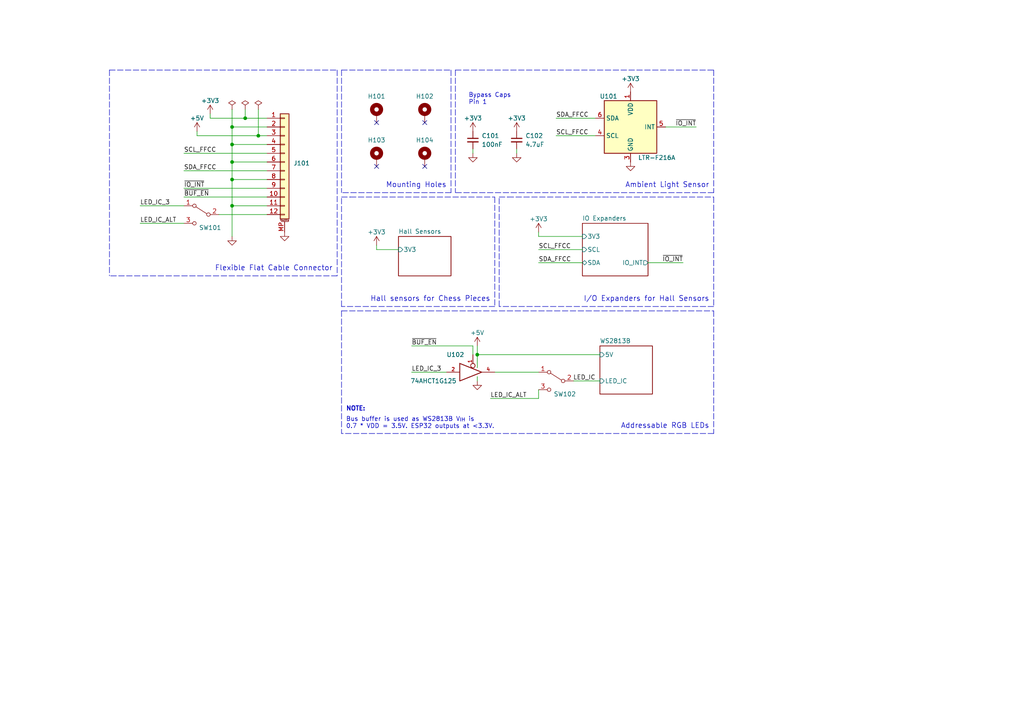
<source format=kicad_sch>
(kicad_sch (version 20211123) (generator eeschema)
  (paper "A4")
  (title_block (title "Smart Chessboard - Board") (date "2023-01-11") (rev "C") (company "Butler Electronics") (comment 1 "Design by Joshua Butler, MD, MHI"))
  (lib_symbols
    (symbol "74xGxx:74AHCT1G125" (pin_names (offset 1.016))
      (property "Reference" "U" (at -2.54 3.81 0))
      (property "Value" "74AHCT1G125" (at 0 -3.81 0))
      (symbol "74AHCT1G125_0_1"
        (polyline (pts (xy -3.81 2.54) (xy -3.81 -2.54) (xy 2.54 0) (xy -3.81 2.54)) (stroke (width 0.254)))
      )
      (symbol "74AHCT1G125_1_1"
        (pin input inverted (at 0 5.08 270) (length 3.81) (name "~") (number "1"))
        (pin input line (at -7.62 0 0) (length 3.81) (name "~") (number "2"))
        (pin power_in line (at 1.27 -1.27 270) (length 0) hide (name "GND") (number "3"))
        (pin tri_state line (at 6.35 0 180) (length 3.81) (name "~") (number "4"))
        (pin power_in line (at 1.27 1.27 90) (length 0) hide (name "VCC") (number "5"))
      )
    )
    (symbol "Connector_Generic_MountingPin:Conn_01x12_MountingPin" (pin_names (offset 1.016) hide)
      (property "Reference" "J" (at 0 15.24 0))
      (property "Value" "Conn_01x12_MountingPin" (at 1.27 -17.78 0))
      (symbol "Conn_01x12_MountingPin_1_1"
        (rectangle (start -1.27 -15.113) (end 0 -15.367) (stroke (width 0.1524)))
        (rectangle (start -1.27 -12.573) (end 0 -12.827) (stroke (width 0.1524)))
        (rectangle (start -1.27 -10.033) (end 0 -10.287) (stroke (width 0.1524)))
        (rectangle (start -1.27 -7.493) (end 0 -7.747) (stroke (width 0.1524)))
        (rectangle (start -1.27 -4.953) (end 0 -5.207) (stroke (width 0.1524)))
        (rectangle (start -1.27 -2.413) (end 0 -2.667) (stroke (width 0.1524)))
        (rectangle (start -1.27 0.127) (end 0 -0.127) (stroke (width 0.1524)))
        (rectangle (start -1.27 2.667) (end 0 2.413) (stroke (width 0.1524)))
        (rectangle (start -1.27 5.207) (end 0 4.953) (stroke (width 0.1524)))
        (rectangle (start -1.27 7.747) (end 0 7.493) (stroke (width 0.1524)))
        (rectangle (start -1.27 10.287) (end 0 10.033) (stroke (width 0.1524)))
        (rectangle (start -1.27 12.827) (end 0 12.573) (stroke (width 0.1524)))
        (rectangle (start -1.27 13.97) (end 1.27 -16.51) (stroke (width 0.254)) (fill (type background)))
        (polyline (pts (xy -1.016 -17.272) (xy 1.016 -17.272)) (stroke (width 0.1524)))
        (text "Mounting" (at 0 -16.891 0) (effects (font (size 0.381 0.381))))
        (pin passive line (at -5.08 12.7 0) (length 3.81) (name "Pin_1") (number "1"))
        (pin passive line (at -5.08 -10.16 0) (length 3.81) (name "Pin_10") (number "10"))
        (pin passive line (at -5.08 -12.7 0) (length 3.81) (name "Pin_11") (number "11"))
        (pin passive line (at -5.08 -15.24 0) (length 3.81) (name "Pin_12") (number "12"))
        (pin passive line (at -5.08 10.16 0) (length 3.81) (name "Pin_2") (number "2"))
        (pin passive line (at -5.08 7.62 0) (length 3.81) (name "Pin_3") (number "3"))
        (pin passive line (at -5.08 5.08 0) (length 3.81) (name "Pin_4") (number "4"))
        (pin passive line (at -5.08 2.54 0) (length 3.81) (name "Pin_5") (number "5"))
        (pin passive line (at -5.08 0 0) (length 3.81) (name "Pin_6") (number "6"))
        (pin passive line (at -5.08 -2.54 0) (length 3.81) (name "Pin_7") (number "7"))
        (pin passive line (at -5.08 -5.08 0) (length 3.81) (name "Pin_8") (number "8"))
        (pin passive line (at -5.08 -7.62 0) (length 3.81) (name "Pin_9") (number "9"))
        (pin passive line (at 0 -20.32 90) (length 3.048) (name "MountPin") (number "MP"))
      )
    )
    (symbol "Device:C_Small" (pin_numbers hide) (pin_names (offset 0.254) hide)
      (property "Reference" "C" (at 0.254 1.778 0))
      (property "Value" "C_Small" (at 0.254 -2.032 0))
      (symbol "C_Small_0_1"
        (polyline (pts (xy -1.524 -0.508) (xy 1.524 -0.508)) (stroke (width 0.3302)))
        (polyline (pts (xy -1.524 0.508) (xy 1.524 0.508)) (stroke (width 0.3048)))
      )
      (symbol "C_Small_1_1"
        (pin passive line (at 0 2.54 270) (length 2.032) (name "~") (number "1"))
        (pin passive line (at 0 -2.54 90) (length 2.032) (name "~") (number "2"))
      )
    )
    (symbol "Mechanical:MountingHole_Pad" (pin_numbers hide) (pin_names (offset 1.016) hide)
      (property "Reference" "H" (at 0 6.35 0))
      (property "Value" "MountingHole_Pad" (at 0 4.445 0))
      (symbol "MountingHole_Pad_0_1"
        (circle (center 0 1.27) (radius 1.27) (stroke (width 1.27)))
      )
      (symbol "MountingHole_Pad_1_1"
        (pin input line (at 0 -2.54 90) (length 2.54) (name "1") (number "1"))
      )
    )
    (symbol "Sensor_Optical:LTR-303ALS-01"
      (property "Reference" "U" (at -7.62 8.89 0))
      (property "Value" "LTR-303ALS-01" (at 1.27 8.89 0))
      (symbol "LTR-303ALS-01_0_1"
        (rectangle (start -7.62 7.62) (end 7.62 -7.62) (stroke (width 0.254)) (fill (type background)))
      )
      (symbol "LTR-303ALS-01_1_1"
        (pin power_in line (at 0 10.16 270) (length 2.54) (name "VDD") (number "1"))
        (pin no_connect line (at 2.54 0 180) (length 2.54) hide (name "NC") (number "2"))
        (pin power_in line (at 0 -10.16 90) (length 2.54) (name "GND") (number "3"))
        (pin input line (at -10.16 -2.54 0) (length 2.54) (name "SCL") (number "4"))
        (pin open_collector line (at 10.16 0 180) (length 2.54) (name "INT") (number "5"))
        (pin bidirectional line (at -10.16 2.54 0) (length 2.54) (name "SDA") (number "6"))
      )
    )
    (symbol "Switch:SW_SPDT" (pin_names (offset 0) hide)
      (property "Reference" "SW" (at 0 4.318 0))
      (property "Value" "SW_SPDT" (at 0 -5.08 0))
      (symbol "SW_SPDT_0_0"
        (circle (center -2.032 0) (radius 0.508))
        (circle (center 2.032 -2.54) (radius 0.508))
      )
      (symbol "SW_SPDT_0_1"
        (polyline (pts (xy -1.524 0.254) (xy 1.651 2.286)))
        (circle (center 2.032 2.54) (radius 0.508))
      )
      (symbol "SW_SPDT_1_1"
        (pin passive line (at 5.08 2.54 180) (length 2.54) (name "A") (number "1"))
        (pin passive line (at -5.08 0 0) (length 2.54) (name "B") (number "2"))
        (pin passive line (at 5.08 -2.54 180) (length 2.54) (name "C") (number "3"))
      )
    )
    (symbol "power:+3V3" (power) (pin_names (offset 0))
      (property "Value" "+3V3" (at 0 3.556 0))
      (symbol "+3V3_0_1"
        (polyline (pts (xy -0.762 1.27) (xy 0 2.54)))
        (polyline (pts (xy 0 0) (xy 0 2.54)))
        (polyline (pts (xy 0 2.54) (xy 0.762 1.27)))
      )
      (symbol "+3V3_1_1"
        (pin power_in line (at 0 0 90) (length 0) hide (name "+3V3") (number "1"))
      )
    )
    (symbol "power:+5V" (power) (pin_names (offset 0))
      (property "Value" "+5V" (at 0 3.556 0))
      (symbol "+5V_0_1"
        (polyline (pts (xy -0.762 1.27) (xy 0 2.54)))
        (polyline (pts (xy 0 0) (xy 0 2.54)))
        (polyline (pts (xy 0 2.54) (xy 0.762 1.27)))
      )
      (symbol "+5V_1_1"
        (pin power_in line (at 0 0 90) (length 0) hide (name "+5V") (number "1"))
      )
    )
    (symbol "power:GND" (power) (pin_names (offset 0))
      (property "Value" "GND" (at 0 -3.81 0))
      (symbol "GND_0_1"
        (polyline (pts (xy 0 0) (xy 0 -1.27) (xy 1.27 -1.27) (xy 0 -2.54) (xy -1.27 -1.27) (xy 0 -1.27)))
      )
      (symbol "GND_1_1"
        (pin power_in line (at 0 0 270) (length 0) hide (name "GND") (number "1"))
      )
    )
    (symbol "power:PWR_FLAG" (power) (pin_numbers hide) (pin_names (offset 0) hide)
      (property "Value" "PWR_FLAG" (at 0 3.81 0))
      (symbol "PWR_FLAG_0_0"
        (pin power_out line (at 0 0 90) (length 0) (name "pwr") (number "1"))
      )
      (symbol "PWR_FLAG_0_1"
        (polyline (pts (xy 0 0) (xy 0 1.27) (xy -1.016 1.905) (xy 0 2.54) (xy 1.016 1.905) (xy 0 1.27)))
      )
    )
  )
  (junction (at 138.43 102.87))
  (junction (at 71.12 34.29))
  (junction (at 67.31 52.07))
  (junction (at 67.31 46.99))
  (junction (at 67.31 59.69))
  (junction (at 74.93 39.37))
  (junction (at 67.31 36.83))
  (junction (at 67.31 41.91))
  (no_connect (at 123.19 48.26))
  (no_connect (at 109.22 48.26))
  (no_connect (at 109.22 35.56))
  (no_connect (at 123.19 35.56))
  (wire (pts (xy 138.43 110.49) (xy 138.43 109.22)))
  (wire (pts (xy 53.34 44.45) (xy 77.47 44.45)))
  (wire (pts (xy 138.43 102.87) (xy 138.43 106.68)))
  (polyline (pts (xy 101.6 57.15) (xy 143.51 57.15)))
  (wire (pts (xy 67.31 36.83) (xy 77.47 36.83)))
  (polyline (pts (xy 207.01 88.9) (xy 144.78 88.9)))
  (wire (pts (xy 57.15 39.37) (xy 74.93 39.37)))
  (wire (pts (xy 74.93 39.37) (xy 77.47 39.37)))
  (polyline (pts (xy 207.01 57.15) (xy 207.01 88.9)))
  (wire (pts (xy 67.31 59.69) (xy 77.47 59.69)))
  (wire (pts (xy 53.34 49.53) (xy 77.47 49.53)))
  (wire (pts (xy 143.51 107.95) (xy 156.21 107.95)))
  (polyline (pts (xy 207.01 125.73) (xy 99.06 125.73)))
  (wire (pts (xy 60.96 34.29) (xy 71.12 34.29)))
  (wire (pts (xy 67.31 46.99) (xy 67.31 52.07)))
  (wire (pts (xy 119.38 107.95) (xy 129.54 107.95)))
  (polyline (pts (xy 31.75 20.32) (xy 97.79 20.32)))
  (polyline (pts (xy 99.06 90.17) (xy 99.06 125.73)))
  (wire (pts (xy 53.34 54.61) (xy 77.47 54.61)))
  (wire (pts (xy 40.64 64.77) (xy 53.34 64.77)))
  (wire (pts (xy 109.22 71.12) (xy 109.22 72.39)))
  (polyline (pts (xy 97.79 80.01) (xy 31.75 80.01)))
  (wire (pts (xy 53.34 57.15) (xy 77.47 57.15)))
  (wire (pts (xy 166.37 110.49) (xy 173.99 110.49)))
  (polyline (pts (xy 143.51 57.15) (xy 143.51 88.9)))
  (polyline (pts (xy 207.01 20.32) (xy 207.01 55.88)))
  (wire (pts (xy 67.31 41.91) (xy 77.47 41.91)))
  (polyline (pts (xy 99.06 88.9) (xy 99.06 57.15)))
  (wire (pts (xy 74.93 31.75) (xy 74.93 39.37)))
  (wire (pts (xy 60.96 34.29) (xy 60.96 33.02)))
  (wire (pts (xy 119.38 100.33) (xy 137.16 100.33)))
  (wire (pts (xy 137.16 100.33) (xy 137.16 102.87)))
  (polyline (pts (xy 144.78 88.9) (xy 144.78 57.15)))
  (wire (pts (xy 63.5 62.23) (xy 77.47 62.23)))
  (wire (pts (xy 156.21 76.2) (xy 168.91 76.2)))
  (wire (pts (xy 138.43 102.87) (xy 173.99 102.87)))
  (wire (pts (xy 161.29 34.29) (xy 172.72 34.29)))
  (wire (pts (xy 71.12 31.75) (xy 71.12 34.29)))
  (wire (pts (xy 201.93 36.83) (xy 193.04 36.83)))
  (polyline (pts (xy 147.32 57.15) (xy 207.01 57.15)))
  (wire (pts (xy 67.31 31.75) (xy 67.31 36.83)))
  (wire (pts (xy 67.31 59.69) (xy 67.31 68.58)))
  (polyline (pts (xy 130.81 20.32) (xy 130.81 55.88)))
  (polyline (pts (xy 99.06 90.17) (xy 207.01 90.17)))
  (wire (pts (xy 161.29 39.37) (xy 172.72 39.37)))
  (wire (pts (xy 137.16 44.45) (xy 137.16 43.18)))
  (polyline (pts (xy 97.79 20.32) (xy 97.79 80.01)))
  (wire (pts (xy 156.21 115.57) (xy 142.24 115.57)))
  (wire (pts (xy 67.31 36.83) (xy 67.31 41.91)))
  (wire (pts (xy 67.31 52.07) (xy 77.47 52.07)))
  (polyline (pts (xy 207.01 90.17) (xy 207.01 125.73)))
  (wire (pts (xy 67.31 46.99) (xy 77.47 46.99)))
  (wire (pts (xy 138.43 100.33) (xy 138.43 102.87)))
  (wire (pts (xy 67.31 41.91) (xy 67.31 46.99)))
  (polyline (pts (xy 99.06 20.32) (xy 99.06 55.88)))
  (wire (pts (xy 149.86 44.45) (xy 149.86 43.18)))
  (polyline (pts (xy 144.78 57.15) (xy 147.32 57.15)))
  (wire (pts (xy 156.21 67.31) (xy 156.21 68.58)))
  (wire (pts (xy 187.96 76.2) (xy 198.12 76.2)))
  (wire (pts (xy 57.15 39.37) (xy 57.15 38.1)))
  (polyline (pts (xy 143.51 88.9) (xy 99.06 88.9)))
  (wire (pts (xy 40.64 59.69) (xy 53.34 59.69)))
  (wire (pts (xy 156.21 72.39) (xy 168.91 72.39)))
  (wire (pts (xy 156.21 113.03) (xy 156.21 115.57)))
  (polyline (pts (xy 130.81 55.88) (xy 99.06 55.88)))
  (polyline (pts (xy 99.06 20.32) (xy 130.81 20.32)))
  (polyline (pts (xy 207.01 55.88) (xy 132.08 55.88)))
  (wire (pts (xy 109.22 72.39) (xy 115.57 72.39)))
  (polyline (pts (xy 132.08 20.32) (xy 207.01 20.32)))
  (polyline (pts (xy 31.75 20.32) (xy 31.75 80.01)))
  (wire (pts (xy 67.31 52.07) (xy 67.31 59.69)))
  (wire (pts (xy 156.21 68.58) (xy 168.91 68.58)))
  (polyline (pts (xy 132.08 20.32) (xy 132.08 55.88)))
  (polyline (pts (xy 99.06 57.15) (xy 101.6 57.15)))
  (wire (pts (xy 71.12 34.29) (xy 77.47 34.29)))
  (text "Bypass Caps\nPin 1" (at 135.89 30.48 0) (effects (font (size 1.27 1.27)) (justify left bottom)))
  (text "Mounting Holes" (at 129.54 54.61 180) (effects (font (size 1.5 1.5)) (justify right bottom)))
  (text "Hall sensors for Chess Pieces" (at 142.24 87.63 180) (effects (font (size 1.5 1.5)) (justify right bottom)))
  (text "Flexible Flat Cable Connector" (at 96.52 78.74 180) (effects (font (size 1.5 1.5)) (justify right bottom)))
  (text "NOTE:" (at 100.33 119.38 0) (effects (font (size 1.27 1.27) (thickness 0.254) bold) (justify left bottom)))
  (text "I/O Expanders for Hall Sensors" (at 205.74 87.63 180) (effects (font (size 1.5 1.5)) (justify right bottom)))
  (text "\nBus buffer is used as WS2813B V_{IH} is\n0.7 * VDD = 3.5V. ESP32 outputs at <3.3V." (at 100.33 124.46 0) (effects (font (size 1.27 1.27)) (justify left bottom)))
  (text "Addressable RGB LEDs" (at 205.74 124.46 180) (effects (font (size 1.5 1.5)) (justify right bottom)))
  (text "Ambient Light Sensor" (at 205.74 54.61 180) (effects (font (size 1.5 1.5)) (justify right bottom)))
  (label "SDA_FFCC" (at 53.34 49.53 0))
  (label "SCL_FFCC" (at 53.34 44.45 0))
  (label "~{BUF_EN}" (at 53.34 57.15 0))
  (label "LED_IC_ALT" (at 142.24 115.57 0))
  (label "LED_IC_3" (at 119.38 107.95 0))
  (label "~{IO_INT}" (at 198.12 76.2 180))
  (label "LED_IC" (at 172.72 110.49 180))
  (label "~{IO_INT}" (at 53.34 54.61 0))
  (label "LED_IC_3" (at 40.64 59.69 0))
  (label "SDA_FFCC" (at 161.29 34.29 0))
  (label "SCL_FFCC" (at 156.21 72.39 0))
  (label "~{IO_INT}" (at 201.93 36.83 180))
  (label "~{BUF_EN}" (at 119.38 100.33 0))
  (label "SDA_FFCC" (at 156.21 76.2 0))
  (label "SCL_FFCC" (at 161.29 39.37 0))
  (label "LED_IC_ALT" (at 40.64 64.77 0))
  (symbol (lib_id "Sensor_Optical:LTR-303ALS-01") (at 182.88 36.83 0) (unit 1)
    (property "Reference" "U101" (at 176.53 27.94 0))
    (property "Value" "LTR-F216A" (at 190.5 45.72 0))
    (property "Footprint" "OptoDevice:Lite-On_LTR-303ALS-01" (effects hide))
    (property "Datasheet" "https://datasheet.lcsc.com/lcsc/2201211430_Lite-On-LTR-F216A_C2971916.pdf" (effects hide))
    (property "LCSC" "C2971916" (effects hide))
  )
  (symbol (lib_id "power:GND") (at 67.31 68.58 0) (unit 1)
    (property "Reference" "#PWR0101" (effects hide))
    (property "Value" "GND" (effects hide))
  )
  (symbol (lib_id "power:GND") (at 137.16 44.45 0) (unit 1)
    (property "Reference" "#PWR0110" (effects hide))
    (property "Value" "GND" (effects hide))
  )
  (symbol (lib_id "Mechanical:MountingHole_Pad") (at 109.22 33.02 0) (unit 1)
    (property "Reference" "H101" (at 109.22 27.94 0))
    (property "Value" "MountingHole_Pad" (effects hide))
    (property "Footprint" "MountingHole:MountingHole_3.2mm_M3_Pad_TopBottom" (effects hide))
  )
  (symbol (lib_id "Switch:SW_SPDT") (at 161.29 110.49 0) (mirror y) (unit 1)
    (property "Reference" "SW102" (at 163.83 114.3 0))
    (property "Value" "SW_SPDT" (effects hide))
    (property "Footprint" "Jumper:SolderJumper-3_P2.0mm_Open_TrianglePad1.0x1.5mm" (effects hide))
  )
  (symbol (lib_id "Mechanical:MountingHole_Pad") (at 109.22 45.72 0) (unit 1)
    (property "Reference" "H103" (at 109.22 40.64 0))
    (property "Value" "MountingHole_Pad" (effects hide))
    (property "Footprint" "MountingHole:MountingHole_3.2mm_M3_Pad_TopBottom" (effects hide))
  )
  (symbol (lib_id "Mechanical:MountingHole_Pad") (at 123.19 45.72 0) (unit 1)
    (property "Reference" "H104" (at 123.19 40.64 0))
    (property "Value" "MountingHole_Pad" (effects hide))
    (property "Footprint" "MountingHole:MountingHole_3.2mm_M3_Pad_TopBottom" (effects hide))
  )
  (symbol (lib_id "Switch:SW_SPDT") (at 58.42 62.23 0) (mirror y) (unit 1)
    (property "Reference" "SW101" (at 60.96 66.04 0))
    (property "Value" "SW_SPDT" (effects hide))
    (property "Footprint" "Jumper:SolderJumper-3_P2.0mm_Open_TrianglePad1.0x1.5mm" (effects hide))
  )
  (symbol (lib_id "power:GND") (at 182.88 46.99 0) (unit 1)
    (property "Reference" "#PWR0109" (effects hide))
    (property "Value" "GND" (effects hide))
  )
  (symbol (lib_id "power:+3V3") (at 156.21 67.31 0) (unit 1)
    (property "Reference" "#PWR0105" (effects hide))
    (property "Value" "+3V3" (at 156.21 63.5 0))
  )
  (symbol (lib_id "power:+3V3") (at 137.16 38.1 0) (unit 1)
    (property "Reference" "#PWR0102" (effects hide))
    (property "Value" "+3V3" (at 137.16 34.29 0))
  )
  (symbol (lib_id "power:GND") (at 149.86 44.45 0) (unit 1)
    (property "Reference" "#PWR0114" (effects hide))
    (property "Value" "GND" (effects hide))
  )
  (symbol (lib_id "power:+5V") (at 138.43 100.33 0) (unit 1)
    (property "Reference" "#PWR0111" (effects hide))
    (property "Value" "+5V" (at 138.43 96.52 0))
  )
  (symbol (lib_id "74xGxx:74AHCT1G125") (at 137.16 107.95 0) (unit 1)
    (property "Reference" "U102" (at 132.08 102.87 0))
    (property "Value" "74AHCT1G125" (at 125.73 110.49 0))
    (property "Footprint" "Package_TO_SOT_SMD:SOT-23-5" (effects hide))
    (property "Datasheet" "http://www.ti.com/lit/sg/scyt129e/scyt129e.pdf" (effects hide))
    (property "LCSC" "C7484" (effects hide))
  )
  (symbol (lib_id "power:+5V") (at 57.15 38.1 0) (unit 1)
    (property "Reference" "#PWR0104" (effects hide))
    (property "Value" "+5V" (at 57.15 34.29 0))
  )
  (symbol (lib_id "power:+3V3") (at 60.96 33.02 0) (unit 1)
    (property "Reference" "#PWR0103" (effects hide))
    (property "Value" "+3V3" (at 60.96 29.21 0))
  )
  (symbol (lib_id "power:+3V3") (at 149.86 38.1 0) (unit 1)
    (property "Reference" "#PWR0106" (effects hide))
    (property "Value" "+3V3" (at 149.86 34.29 0))
  )
  (symbol (lib_id "Device:C_Small") (at 149.86 40.64 0) (unit 1)
    (property "Reference" "C102" (at 152.4 39.3762 0) (effects (justify left)))
    (property "Value" "4.7uF" (at 152.4 41.9162 0) (effects (justify left)))
    (property "Footprint" "Capacitor_SMD:C_0603_1608Metric" (effects hide))
  )
  (symbol (lib_id "power:PWR_FLAG") (at 74.93 31.75 0) (unit 1)
    (property "Reference" "#FLG0102" (effects hide))
    (property "Value" "PWR_FLAG" (effects hide))
  )
  (symbol (lib_id "power:+3V3") (at 109.22 71.12 0) (unit 1)
    (property "Reference" "#PWR0107" (effects hide))
    (property "Value" "+3V3" (at 109.22 67.31 0))
  )
  (symbol (lib_id "Device:C_Small") (at 137.16 40.64 0) (unit 1)
    (property "Reference" "C101" (at 139.7 39.3762 0) (effects (justify left)))
    (property "Value" "100nF" (at 139.7 41.9162 0) (effects (justify left)))
    (property "Footprint" "Capacitor_SMD:C_0603_1608Metric" (effects hide))
    (property "LCSC" "C14663" (effects hide))
  )
  (symbol (lib_id "Connector_Generic_MountingPin:Conn_01x12_MountingPin") (at 82.55 46.99 0) (unit 1)
    (property "Reference" "J101" (at 85.09 47.3455 0) (effects (justify left)))
    (property "Value" "Conn_01x12_MountingPin" (effects hide))
    (property "Footprint" "Connector_FFC-FPC:TE_1-84953-2_1x12-1MP_P1.0mm_Horizontal" (effects hide))
    (property "LCSC" "C262718" (effects hide))
  )
  (symbol (lib_id "power:+3V3") (at 182.88 26.67 0) (unit 1)
    (property "Reference" "#PWR0108" (effects hide))
    (property "Value" "+3V3" (at 182.88 22.86 0))
  )
  (symbol (lib_id "Mechanical:MountingHole_Pad") (at 123.19 33.02 0) (unit 1)
    (property "Reference" "H102" (at 123.19 27.94 0))
    (property "Value" "MountingHole_Pad" (effects hide))
    (property "Footprint" "MountingHole:MountingHole_3.2mm_M3_Pad_TopBottom" (effects hide))
  )
  (symbol (lib_id "power:GND") (at 138.43 110.49 0) (unit 1)
    (property "Reference" "#PWR0112" (effects hide))
    (property "Value" "GND" (effects hide))
  )
  (symbol (lib_id "power:PWR_FLAG") (at 67.31 31.75 0) (unit 1)
    (property "Reference" "#FLG0103" (effects hide))
    (property "Value" "PWR_FLAG" (effects hide))
  )
  (symbol (lib_id "power:GND") (at 82.55 67.31 0) (unit 1)
    (property "Reference" "#PWR0113" (effects hide))
    (property "Value" "GND" (effects hide))
  )
  (symbol (lib_id "power:PWR_FLAG") (at 71.12 31.75 0) (unit 1)
    (property "Reference" "#FLG0101" (effects hide))
    (property "Value" "PWR_FLAG" (effects hide))
  )
  (sheet (at 173.99 100.33) (size 15.24 13.97) (stroke (width 0.1524))
    (property "Sheet name" "WS2813B" (at 173.99 99.6184 0) (effects (justify left bottom)))
    (property "Sheet file" "rgb_addr_led.kicad_sch" (effects hide))
    (pin "5V" input (at 173.99 102.87 180))
    (pin "LED_IC" input (at 173.99 110.49 180))
  )
  (sheet (at 115.57 68.58) (size 15.24 11.43) (stroke (width 0.1524))
    (property "Sheet name" "Hall Sensors" (at 115.57 67.8684 0) (effects (justify left bottom)))
    (property "Sheet file" "hall_sensors.kicad_sch" (effects hide))
    (pin "3V3" input (at 115.57 72.39 180))
  )
  (sheet (at 168.91 64.77) (size 19.05 15.24) (stroke (width 0.1524))
    (property "Sheet name" "IO Expanders" (at 168.91 64.0584 0) (effects (justify left bottom)))
    (property "Sheet file" "io_expander_sensor_switches.kicad_sch" (effects hide))
    (pin "3V3" input (at 168.91 68.58 180))
    (pin "SCL" input (at 168.91 72.39 180))
    (pin "SDA" bidirectional (at 168.91 76.2 180))
    (pin "IO_INT" output (at 187.96 76.2 0))
  )
)
</source>
